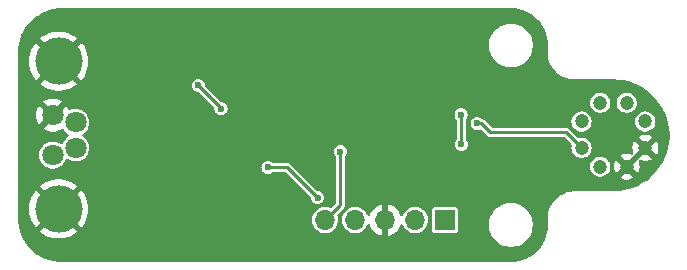
<source format=gbr>
%TF.GenerationSoftware,KiCad,Pcbnew,8.0.8*%
%TF.CreationDate,2025-03-12T20:30:10+01:00*%
%TF.ProjectId,TTS,5454532e-6b69-4636-9164-5f7063625858,rev?*%
%TF.SameCoordinates,PX2255100PY2ebae40*%
%TF.FileFunction,Copper,L2,Bot*%
%TF.FilePolarity,Positive*%
%FSLAX46Y46*%
G04 Gerber Fmt 4.6, Leading zero omitted, Abs format (unit mm)*
G04 Created by KiCad (PCBNEW 8.0.8) date 2025-03-12 20:30:10*
%MOMM*%
%LPD*%
G01*
G04 APERTURE LIST*
%TA.AperFunction,ComponentPad*%
%ADD10R,1.700000X1.700000*%
%TD*%
%TA.AperFunction,ComponentPad*%
%ADD11O,1.700000X1.700000*%
%TD*%
%TA.AperFunction,ComponentPad*%
%ADD12C,1.800000*%
%TD*%
%TA.AperFunction,ComponentPad*%
%ADD13C,4.000000*%
%TD*%
%TA.AperFunction,ComponentPad*%
%ADD14C,1.200000*%
%TD*%
%TA.AperFunction,ViaPad*%
%ADD15C,0.600000*%
%TD*%
%TA.AperFunction,Conductor*%
%ADD16C,0.250000*%
%TD*%
G04 APERTURE END LIST*
D10*
%TO.P,J2,1,Pin_1*%
%TO.N,+3V3*%
X135440000Y810000D03*
D11*
%TO.P,J2,2,Pin_2*%
%TO.N,SWCLK*%
X132900000Y810000D03*
%TO.P,J2,3,Pin_3*%
%TO.N,GND*%
X130360001Y810000D03*
%TO.P,J2,4,Pin_4*%
%TO.N,SWDIO*%
X127820000Y810000D03*
%TO.P,J2,5,Pin_5*%
%TO.N,NRST*%
X125280000Y810000D03*
%TD*%
D12*
%TO.P,J1,1,Pin_1*%
%TO.N,Net-(D4-A)*%
X102200000Y6300000D03*
%TO.P,J1,2,Pin_2*%
%TO.N,CAN_H*%
X104150000Y6925000D03*
%TO.P,J1,3,Pin_3*%
%TO.N,GND*%
X102200000Y9700000D03*
%TO.P,J1,4,Pin_4*%
%TO.N,CAN_L*%
X104150000Y9075000D03*
D13*
%TO.P,J1,5*%
%TO.N,GND*%
X102700000Y14250000D03*
X102700000Y1750000D03*
%TD*%
D14*
%TO.P,U2,1,SCK*%
%TO.N,/I2C_SCL*%
X146980000Y9154872D03*
X148562564Y10737436D03*
%TO.P,U2,2,3V3*%
%TO.N,+3.3V*%
X148562564Y5337436D03*
X152380000Y9154872D03*
%TO.P,U2,3,GND*%
%TO.N,GND*%
X150797436Y5337436D03*
X152380000Y6920000D03*
%TO.P,U2,4,SDA*%
%TO.N,/I2C_SDA*%
X146980000Y6920000D03*
X150797436Y10737436D03*
%TD*%
D15*
%TO.N,+3.3V*%
X136790000Y7210000D03*
X136780000Y9730000D03*
%TO.N,GND*%
X108540000Y-810000D03*
X133785000Y14730000D03*
X121595000Y15550000D03*
X107660000Y9250000D03*
X126950000Y16010000D03*
X135225000Y14680000D03*
X119830000Y-120000D03*
X122299883Y1117039D03*
X112130000Y5690000D03*
X124945000Y14800000D03*
X107930000Y8360000D03*
X114580000Y16770000D03*
X143840000Y7280000D03*
X132295000Y14750000D03*
X120190000Y2100000D03*
X105390000Y15470000D03*
X108480000Y14590000D03*
X129600000Y13673526D03*
X141960000Y6310000D03*
X121690000Y7900000D03*
X111050000Y-210000D03*
X124925000Y15575000D03*
X117410000Y7590000D03*
X121600000Y1130000D03*
X109680000Y3220000D03*
X128728359Y16398359D03*
X122020000Y6260000D03*
X134750000Y15750000D03*
X113509382Y10960000D03*
X130470000Y10050000D03*
X136100000Y10790000D03*
%TO.N,+5V*%
X114520000Y12220000D03*
X116450000Y10240000D03*
%TO.N,/I2C_SDA*%
X138140000Y8995000D03*
%TO.N,NRST*%
X126550000Y6610000D03*
%TO.N,/CAN_Rx*%
X124624644Y2694861D03*
X120430000Y5270000D03*
%TD*%
D16*
%TO.N,+3.3V*%
X136780000Y7220000D02*
X136780000Y9730000D01*
X136790000Y7210000D02*
X136780000Y7220000D01*
%TO.N,+5V*%
X114520000Y12220000D02*
X116450000Y10290000D01*
X116450000Y10290000D02*
X116450000Y10240000D01*
%TO.N,/I2C_SDA*%
X138140000Y8995000D02*
X138475000Y8995000D01*
X145670000Y8230000D02*
X146980000Y6920000D01*
X138475000Y8995000D02*
X139240000Y8230000D01*
X139240000Y8230000D02*
X145670000Y8230000D01*
%TO.N,NRST*%
X126550000Y2080000D02*
X125280000Y810000D01*
X126550000Y6610000D02*
X126550000Y2080000D01*
%TO.N,/CAN_Rx*%
X124624644Y2694861D02*
X122049505Y5270000D01*
X122049505Y5270000D02*
X120430000Y5270000D01*
%TD*%
%TA.AperFunction,Conductor*%
%TO.N,GND*%
G36*
X140944968Y18749492D02*
G01*
X140955872Y18749494D01*
X140955874Y18749493D01*
X140996818Y18749500D01*
X141003270Y18749332D01*
X141321800Y18732695D01*
X141334675Y18731344D01*
X141646507Y18682012D01*
X141659201Y18679315D01*
X141964134Y18597666D01*
X141976479Y18593658D01*
X142271218Y18480578D01*
X142283076Y18475301D01*
X142334035Y18449348D01*
X142564387Y18332029D01*
X142575612Y18325551D01*
X142655722Y18273547D01*
X142840402Y18153661D01*
X142850902Y18146036D01*
X143096276Y17947407D01*
X143105915Y17938732D01*
X143329189Y17715536D01*
X143337870Y17705898D01*
X143536579Y17460601D01*
X143544209Y17450104D01*
X143716191Y17185374D01*
X143722676Y17174148D01*
X143766590Y17088000D01*
X143866047Y16892890D01*
X143871328Y16881034D01*
X143984510Y16586341D01*
X143988523Y16573998D01*
X144070282Y16269085D01*
X144072983Y16256390D01*
X144122422Y15944602D01*
X144123781Y15931694D01*
X144140568Y15612458D01*
X144140739Y15605708D01*
X144139605Y15014897D01*
X144139549Y15014246D01*
X144139549Y15004168D01*
X144139549Y14985148D01*
X144139501Y14959998D01*
X144139385Y14899509D01*
X144139549Y14897830D01*
X144139549Y14824550D01*
X144170491Y14569711D01*
X144172202Y14555625D01*
X144237030Y14292607D01*
X144237033Y14292596D01*
X144333085Y14039324D01*
X144333090Y14039315D01*
X144458979Y13799448D01*
X144577980Y13627042D01*
X144612864Y13576503D01*
X144792501Y13373732D01*
X144792511Y13373722D01*
X144995258Y13194099D01*
X145218204Y13040206D01*
X145458061Y12914314D01*
X145458073Y12914308D01*
X145711346Y12818250D01*
X145711357Y12818246D01*
X145974379Y12753411D01*
X146243298Y12720752D01*
X146243297Y12720752D01*
X146288447Y12720751D01*
X146378746Y12720749D01*
X146378748Y12720749D01*
X146379213Y12720749D01*
X149634764Y12719522D01*
X149634995Y12719500D01*
X149645830Y12719500D01*
X149687225Y12719500D01*
X149692788Y12719375D01*
X150109298Y12700670D01*
X150120339Y12699676D01*
X150530757Y12644081D01*
X150541702Y12642095D01*
X150945453Y12549941D01*
X150956173Y12546983D01*
X151350051Y12419004D01*
X151360465Y12415095D01*
X151741263Y12252334D01*
X151751288Y12247507D01*
X152115986Y12051255D01*
X152125537Y12045548D01*
X152471157Y11817406D01*
X152480159Y11810866D01*
X152803950Y11552652D01*
X152812329Y11545331D01*
X153111660Y11259140D01*
X153119342Y11251106D01*
X153391839Y10939209D01*
X153398761Y10930527D01*
X153478261Y10821105D01*
X153642181Y10595489D01*
X153648311Y10586204D01*
X153860731Y10230673D01*
X153866003Y10220875D01*
X153912763Y10123777D01*
X154042966Y9853407D01*
X154045685Y9847762D01*
X154050058Y9837530D01*
X154195575Y9449800D01*
X154199013Y9439219D01*
X154309189Y9040007D01*
X154311665Y9029159D01*
X154385610Y8621684D01*
X154387104Y8610659D01*
X154424229Y8198183D01*
X154424728Y8187067D01*
X154424728Y7772934D01*
X154424229Y7761818D01*
X154387104Y7349342D01*
X154385610Y7338317D01*
X154311665Y6930842D01*
X154309189Y6919994D01*
X154199013Y6520782D01*
X154195575Y6510201D01*
X154050058Y6122471D01*
X154045685Y6112239D01*
X153866003Y5739126D01*
X153860731Y5729328D01*
X153648311Y5373797D01*
X153642181Y5364512D01*
X153398764Y5029477D01*
X153391830Y5020782D01*
X153319827Y4938367D01*
X153119349Y4708902D01*
X153111660Y4700861D01*
X152812329Y4414670D01*
X152803950Y4407349D01*
X152480159Y4149135D01*
X152471157Y4142595D01*
X152125537Y3914453D01*
X152115986Y3908746D01*
X151751288Y3712494D01*
X151741263Y3707667D01*
X151360465Y3544906D01*
X151350048Y3540996D01*
X150956176Y3413019D01*
X150945450Y3410059D01*
X150541703Y3317907D01*
X150530756Y3315920D01*
X150120360Y3260327D01*
X150109278Y3259330D01*
X149692822Y3240627D01*
X149687166Y3240502D01*
X146435016Y3242950D01*
X146434543Y3242991D01*
X146424170Y3242991D01*
X146380000Y3242991D01*
X146318660Y3243037D01*
X146317790Y3242951D01*
X146244548Y3242951D01*
X145975625Y3210299D01*
X145712606Y3145470D01*
X145712595Y3145467D01*
X145459323Y3049415D01*
X145219450Y2923522D01*
X144996501Y2769635D01*
X144869076Y2656749D01*
X144793733Y2590001D01*
X144793729Y2589997D01*
X144793728Y2589997D01*
X144614090Y2387230D01*
X144614089Y2387229D01*
X144460207Y2164299D01*
X144334305Y1924422D01*
X144238243Y1671136D01*
X144238241Y1671130D01*
X144173410Y1408120D01*
X144140751Y1139188D01*
X144140750Y1063571D01*
X144140749Y1063555D01*
X144140749Y1003748D01*
X144140748Y945146D01*
X144140749Y945137D01*
X144140749Y393307D01*
X144140578Y386795D01*
X144123830Y68302D01*
X144122471Y55394D01*
X144073031Y-256398D01*
X144070330Y-269093D01*
X143988570Y-574010D01*
X143984557Y-586353D01*
X143871373Y-881052D01*
X143866092Y-892908D01*
X143722723Y-1174164D01*
X143716231Y-1185404D01*
X143544247Y-1450133D01*
X143536616Y-1460632D01*
X143337907Y-1705929D01*
X143329221Y-1715573D01*
X143105952Y-1938763D01*
X143096305Y-1947446D01*
X142850933Y-2146072D01*
X142840431Y-2153699D01*
X142575645Y-2325587D01*
X142564403Y-2332075D01*
X142283096Y-2475345D01*
X142271238Y-2480622D01*
X141976492Y-2593705D01*
X141964147Y-2597713D01*
X141659214Y-2679362D01*
X141646518Y-2682059D01*
X141334697Y-2731390D01*
X141321789Y-2732744D01*
X141004262Y-2749328D01*
X140997775Y-2749497D01*
X140945480Y-2749489D01*
X140945374Y-2749498D01*
X103003049Y-2749498D01*
X102996965Y-2749349D01*
X102638567Y-2731743D01*
X102626456Y-2730550D01*
X102274532Y-2678347D01*
X102262597Y-2675973D01*
X101917481Y-2589526D01*
X101905837Y-2585994D01*
X101570858Y-2466136D01*
X101559629Y-2461485D01*
X101420744Y-2395797D01*
X101237995Y-2309364D01*
X101227272Y-2303631D01*
X100922118Y-2120729D01*
X100912000Y-2113969D01*
X100626230Y-1902028D01*
X100616824Y-1894308D01*
X100422650Y-1718319D01*
X100353209Y-1655381D01*
X100344618Y-1646790D01*
X100105691Y-1383175D01*
X100097971Y-1373769D01*
X100015987Y-1263226D01*
X99886028Y-1087996D01*
X99879270Y-1077881D01*
X99829153Y-994266D01*
X99696363Y-772720D01*
X99690639Y-762012D01*
X99538511Y-440363D01*
X99533867Y-429151D01*
X99414000Y-94147D01*
X99410473Y-82518D01*
X99407834Y-71981D01*
X99324023Y262611D01*
X99321652Y274533D01*
X99321032Y278712D01*
X99269448Y626459D01*
X99268256Y638569D01*
X99250649Y996968D01*
X99250500Y1003052D01*
X99250500Y1750006D01*
X100195057Y1750006D01*
X100195057Y1749995D01*
X100214807Y1436058D01*
X100214808Y1436051D01*
X100273755Y1127042D01*
X100370963Y827868D01*
X100370965Y827863D01*
X100504900Y543239D01*
X100504903Y543233D01*
X100673452Y277641D01*
X100764286Y167842D01*
X101477339Y880896D01*
X101555864Y772816D01*
X101722816Y605864D01*
X101830893Y527342D01*
X101114972Y-188579D01*
X101357780Y-364990D01*
X101357790Y-364996D01*
X101633447Y-516540D01*
X101633455Y-516544D01*
X101925926Y-632340D01*
X102230620Y-710573D01*
X102230629Y-710575D01*
X102542701Y-749999D01*
X102542715Y-750000D01*
X102857285Y-750000D01*
X102857298Y-749999D01*
X103169370Y-710575D01*
X103169379Y-710573D01*
X103474073Y-632340D01*
X103766544Y-516544D01*
X103766552Y-516540D01*
X104042203Y-365000D01*
X104042214Y-364993D01*
X104285025Y-188579D01*
X104285026Y-188579D01*
X103569105Y527341D01*
X103677184Y605864D01*
X103844136Y772816D01*
X103922659Y880895D01*
X104635712Y167842D01*
X104726544Y277636D01*
X104895096Y543233D01*
X104895099Y543239D01*
X105020629Y810001D01*
X124174785Y810001D01*
X124174785Y810000D01*
X124193602Y606918D01*
X124249417Y410753D01*
X124249422Y410740D01*
X124340327Y228179D01*
X124463237Y65419D01*
X124613958Y-71980D01*
X124613960Y-71982D01*
X124713141Y-133392D01*
X124787363Y-179348D01*
X124977544Y-253024D01*
X125178024Y-290500D01*
X125178026Y-290500D01*
X125381974Y-290500D01*
X125381976Y-290500D01*
X125582456Y-253024D01*
X125772637Y-179348D01*
X125946041Y-71981D01*
X126096764Y65421D01*
X126219673Y228179D01*
X126310582Y410750D01*
X126366397Y606917D01*
X126385215Y810000D01*
X126385215Y810001D01*
X126714785Y810001D01*
X126714785Y810000D01*
X126733602Y606918D01*
X126789417Y410753D01*
X126789422Y410740D01*
X126880327Y228179D01*
X127003237Y65419D01*
X127153958Y-71980D01*
X127153960Y-71982D01*
X127253141Y-133392D01*
X127327363Y-179348D01*
X127517544Y-253024D01*
X127718024Y-290500D01*
X127718026Y-290500D01*
X127921974Y-290500D01*
X127921976Y-290500D01*
X128122456Y-253024D01*
X128312637Y-179348D01*
X128486041Y-71981D01*
X128636764Y65421D01*
X128759673Y228179D01*
X128846818Y403192D01*
X128894319Y454426D01*
X128961982Y471848D01*
X129028322Y449923D01*
X129072278Y395612D01*
X129077591Y380014D01*
X129086566Y346520D01*
X129086571Y346508D01*
X129186400Y132422D01*
X129321895Y-61082D01*
X129488918Y-228105D01*
X129682422Y-363600D01*
X129896508Y-463429D01*
X129896517Y-463433D01*
X130110001Y-520634D01*
X130110001Y376988D01*
X130167008Y344075D01*
X130294175Y310000D01*
X130425827Y310000D01*
X130552994Y344075D01*
X130610001Y376988D01*
X130610001Y-520633D01*
X130823484Y-463433D01*
X130823493Y-463429D01*
X131037579Y-363600D01*
X131231083Y-228105D01*
X131398106Y-61082D01*
X131533601Y132422D01*
X131633430Y346508D01*
X131633435Y346519D01*
X131642408Y380008D01*
X131678772Y439669D01*
X131741618Y470199D01*
X131810994Y461905D01*
X131864872Y417421D01*
X131873183Y403188D01*
X131960327Y228179D01*
X132083237Y65419D01*
X132233958Y-71980D01*
X132233960Y-71982D01*
X132333141Y-133392D01*
X132407363Y-179348D01*
X132597544Y-253024D01*
X132798024Y-290500D01*
X132798026Y-290500D01*
X133001974Y-290500D01*
X133001976Y-290500D01*
X133202456Y-253024D01*
X133392637Y-179348D01*
X133566041Y-71981D01*
X133716764Y65421D01*
X133839673Y228179D01*
X133930582Y410750D01*
X133986397Y606917D01*
X134005215Y810000D01*
X133999115Y875826D01*
X133986397Y1013083D01*
X133972032Y1063571D01*
X133930582Y1209250D01*
X133930159Y1210099D01*
X133839673Y1391820D01*
X133839673Y1391821D01*
X133716764Y1554579D01*
X133716762Y1554582D01*
X133574051Y1684679D01*
X134339500Y1684679D01*
X134339500Y-64678D01*
X134354032Y-137735D01*
X134354033Y-137739D01*
X134354034Y-137740D01*
X134409399Y-220601D01*
X134481974Y-269093D01*
X134492260Y-275966D01*
X134492264Y-275967D01*
X134565321Y-290499D01*
X134565324Y-290500D01*
X134565326Y-290500D01*
X136314676Y-290500D01*
X136314677Y-290499D01*
X136387740Y-275966D01*
X136470601Y-220601D01*
X136525966Y-137740D01*
X136540500Y-64674D01*
X136540500Y521289D01*
X139149500Y521289D01*
X139149500Y278712D01*
X139181161Y38215D01*
X139243947Y-196104D01*
X139313905Y-364996D01*
X139336776Y-420212D01*
X139458064Y-630289D01*
X139458066Y-630292D01*
X139458067Y-630293D01*
X139605733Y-822736D01*
X139605739Y-822743D01*
X139777256Y-994260D01*
X139777262Y-994265D01*
X139969711Y-1141936D01*
X140179788Y-1263224D01*
X140403900Y-1356054D01*
X140638211Y-1418838D01*
X140818586Y-1442584D01*
X140878711Y-1450500D01*
X140878712Y-1450500D01*
X141121289Y-1450500D01*
X141169388Y-1444167D01*
X141361789Y-1418838D01*
X141596100Y-1356054D01*
X141820212Y-1263224D01*
X142030289Y-1141936D01*
X142222738Y-994265D01*
X142394265Y-822738D01*
X142541936Y-630289D01*
X142663224Y-420212D01*
X142756054Y-196100D01*
X142818838Y38211D01*
X142850500Y278712D01*
X142850500Y521288D01*
X142818838Y761789D01*
X142756054Y996100D01*
X142755694Y996968D01*
X142683989Y1170081D01*
X142663224Y1220212D01*
X142541936Y1430289D01*
X142394265Y1622738D01*
X142394260Y1622744D01*
X142222743Y1794261D01*
X142222736Y1794267D01*
X142030293Y1941933D01*
X142030292Y1941934D01*
X142030289Y1941936D01*
X141820212Y2063224D01*
X141818476Y2063943D01*
X141596104Y2156053D01*
X141379848Y2213999D01*
X141361789Y2218838D01*
X141361788Y2218839D01*
X141361785Y2218839D01*
X141121289Y2250500D01*
X141121288Y2250500D01*
X140878712Y2250500D01*
X140878711Y2250500D01*
X140638214Y2218839D01*
X140403895Y2156053D01*
X140179794Y2063227D01*
X140179785Y2063223D01*
X139969706Y1941933D01*
X139777263Y1794267D01*
X139777256Y1794261D01*
X139605739Y1622744D01*
X139605733Y1622737D01*
X139458067Y1430294D01*
X139336777Y1220215D01*
X139336773Y1220206D01*
X139243947Y996105D01*
X139181161Y761786D01*
X139149500Y521289D01*
X136540500Y521289D01*
X136540500Y1684674D01*
X136540500Y1684677D01*
X136540499Y1684679D01*
X136525967Y1757736D01*
X136525966Y1757740D01*
X136470601Y1840601D01*
X136387740Y1895966D01*
X136387739Y1895967D01*
X136387735Y1895968D01*
X136314677Y1910500D01*
X136314674Y1910500D01*
X134565326Y1910500D01*
X134565323Y1910500D01*
X134492264Y1895968D01*
X134492260Y1895967D01*
X134409399Y1840601D01*
X134354033Y1757740D01*
X134354032Y1757736D01*
X134339500Y1684679D01*
X133574051Y1684679D01*
X133566041Y1691981D01*
X133566039Y1691983D01*
X133392642Y1799345D01*
X133392635Y1799349D01*
X133266769Y1848109D01*
X133202456Y1873024D01*
X133001976Y1910500D01*
X132798024Y1910500D01*
X132597544Y1873024D01*
X132597541Y1873024D01*
X132597541Y1873023D01*
X132407364Y1799349D01*
X132407357Y1799345D01*
X132233960Y1691983D01*
X132233958Y1691981D01*
X132083237Y1554582D01*
X131960327Y1391822D01*
X131873183Y1216813D01*
X131825680Y1165576D01*
X131758017Y1148155D01*
X131691677Y1170081D01*
X131647722Y1224392D01*
X131642408Y1239993D01*
X131633435Y1273482D01*
X131633430Y1273493D01*
X131533601Y1487578D01*
X131533600Y1487580D01*
X131398114Y1681074D01*
X131398109Y1681080D01*
X131231083Y1848106D01*
X131037579Y1983601D01*
X130823493Y2083430D01*
X130823487Y2083433D01*
X130610001Y2140636D01*
X130610001Y1243012D01*
X130552994Y1275925D01*
X130425827Y1310000D01*
X130294175Y1310000D01*
X130167008Y1275925D01*
X130110001Y1243012D01*
X130110001Y2140636D01*
X130110000Y2140636D01*
X129896514Y2083433D01*
X129896508Y2083430D01*
X129682423Y1983601D01*
X129682421Y1983600D01*
X129488927Y1848114D01*
X129488921Y1848109D01*
X129321892Y1681080D01*
X129321887Y1681074D01*
X129186401Y1487580D01*
X129186400Y1487578D01*
X129086571Y1273493D01*
X129086567Y1273483D01*
X129077591Y1239986D01*
X129041225Y1180327D01*
X128978377Y1149799D01*
X128909001Y1158096D01*
X128855125Y1202583D01*
X128846817Y1216812D01*
X128759673Y1391820D01*
X128759673Y1391821D01*
X128636764Y1554579D01*
X128636762Y1554582D01*
X128486041Y1691981D01*
X128486039Y1691983D01*
X128312642Y1799345D01*
X128312635Y1799349D01*
X128186769Y1848109D01*
X128122456Y1873024D01*
X127921976Y1910500D01*
X127718024Y1910500D01*
X127517544Y1873024D01*
X127517541Y1873024D01*
X127517541Y1873023D01*
X127327364Y1799349D01*
X127327357Y1799345D01*
X127153960Y1691983D01*
X127153958Y1691981D01*
X127003237Y1554582D01*
X126880327Y1391822D01*
X126789422Y1209261D01*
X126789417Y1209248D01*
X126733602Y1013083D01*
X126714785Y810001D01*
X126385215Y810001D01*
X126379115Y875826D01*
X126366397Y1013083D01*
X126333972Y1127042D01*
X126310582Y1209250D01*
X126310581Y1209252D01*
X126309013Y1214763D01*
X126310994Y1215327D01*
X126305902Y1275826D01*
X126338614Y1337565D01*
X126339622Y1338587D01*
X126850474Y1849437D01*
X126864092Y1873024D01*
X126899910Y1935062D01*
X126925500Y2030565D01*
X126925500Y4403196D01*
X150216747Y4403196D01*
X150305021Y4348539D01*
X150495114Y4274897D01*
X150695508Y4237436D01*
X150899364Y4237436D01*
X151099758Y4274897D01*
X151289848Y4348537D01*
X151289852Y4348539D01*
X151378122Y4403195D01*
X151378122Y4403196D01*
X150797437Y4983883D01*
X150797436Y4983883D01*
X150216747Y4403196D01*
X126925500Y4403196D01*
X126925500Y5337436D01*
X147707379Y5337436D01*
X147726067Y5159631D01*
X147726068Y5159629D01*
X147781311Y4989607D01*
X147781314Y4989601D01*
X147870705Y4834771D01*
X147911792Y4789139D01*
X147990328Y4701915D01*
X147990331Y4701913D01*
X147990334Y4701910D01*
X148134971Y4596824D01*
X148298297Y4524107D01*
X148473173Y4486936D01*
X148473174Y4486936D01*
X148651953Y4486936D01*
X148651955Y4486936D01*
X148826831Y4524107D01*
X148990157Y4596824D01*
X149134794Y4701910D01*
X149137315Y4704709D01*
X149163393Y4733672D01*
X149254423Y4834771D01*
X149343814Y4989601D01*
X149399061Y5159633D01*
X149417749Y5337436D01*
X149417749Y5337437D01*
X149692723Y5337437D01*
X149692723Y5337436D01*
X149711532Y5134447D01*
X149711533Y5134444D01*
X149767319Y4938373D01*
X149767322Y4938367D01*
X149858187Y4755885D01*
X149859969Y4753525D01*
X150443882Y5337436D01*
X150397804Y5383514D01*
X150447436Y5383514D01*
X150447436Y5291358D01*
X150471288Y5202341D01*
X150517366Y5122531D01*
X150582531Y5057366D01*
X150662341Y5011288D01*
X150751358Y4987436D01*
X150843514Y4987436D01*
X150932531Y5011288D01*
X151012341Y5057366D01*
X151077506Y5122531D01*
X151123584Y5202341D01*
X151147436Y5291358D01*
X151147436Y5337436D01*
X151150989Y5337436D01*
X151734901Y4753524D01*
X151736683Y4755883D01*
X151736684Y4755885D01*
X151827549Y4938367D01*
X151827552Y4938373D01*
X151883338Y5134444D01*
X151883339Y5134447D01*
X151902149Y5337436D01*
X151902149Y5337437D01*
X151883339Y5540426D01*
X151883338Y5540428D01*
X151826035Y5741829D01*
X151826622Y5811696D01*
X151864888Y5870155D01*
X151928686Y5898645D01*
X151990095Y5891390D01*
X152077678Y5857461D01*
X152278072Y5820000D01*
X152481928Y5820000D01*
X152682322Y5857461D01*
X152872412Y5931101D01*
X152872416Y5931103D01*
X152960686Y5985759D01*
X152960686Y5985760D01*
X152380001Y6566447D01*
X152380000Y6566447D01*
X151774837Y5961286D01*
X151687036Y5873483D01*
X151150989Y5337436D01*
X151147436Y5337436D01*
X151147436Y5383514D01*
X151123584Y5472531D01*
X151077506Y5552341D01*
X151012341Y5617506D01*
X150932531Y5663584D01*
X150843514Y5687436D01*
X150751358Y5687436D01*
X150662341Y5663584D01*
X150582531Y5617506D01*
X150517366Y5552341D01*
X150471288Y5472531D01*
X150447436Y5383514D01*
X150397804Y5383514D01*
X149859969Y5921349D01*
X149858191Y5918994D01*
X149858190Y5918993D01*
X149767322Y5736506D01*
X149767319Y5736500D01*
X149711533Y5540429D01*
X149711532Y5540426D01*
X149692723Y5337437D01*
X149417749Y5337437D01*
X149399061Y5515239D01*
X149365832Y5617506D01*
X149343816Y5685266D01*
X149343813Y5685272D01*
X149340075Y5691747D01*
X149254423Y5840101D01*
X149201710Y5898645D01*
X149134799Y5972958D01*
X149134796Y5972960D01*
X149134795Y5972961D01*
X149134794Y5972962D01*
X148990157Y6078048D01*
X148826831Y6150765D01*
X148826829Y6150766D01*
X148692161Y6179390D01*
X148651955Y6187936D01*
X148473173Y6187936D01*
X148442518Y6181421D01*
X148298297Y6150766D01*
X148298292Y6150764D01*
X148134972Y6078049D01*
X147990332Y5972961D01*
X147870704Y5840100D01*
X147781314Y5685272D01*
X147781311Y5685266D01*
X147726068Y5515244D01*
X147726067Y5515242D01*
X147707379Y5337436D01*
X126925500Y5337436D01*
X126925500Y6152974D01*
X126945185Y6220013D01*
X126951117Y6228453D01*
X127030861Y6332375D01*
X127086330Y6466291D01*
X127105250Y6610000D01*
X127086330Y6753709D01*
X127030861Y6887625D01*
X126942621Y7002621D01*
X126827625Y7090861D01*
X126827624Y7090862D01*
X126827622Y7090863D01*
X126693712Y7146329D01*
X126693710Y7146330D01*
X126693709Y7146330D01*
X126621854Y7155790D01*
X126550001Y7165250D01*
X126549999Y7165250D01*
X126406291Y7146330D01*
X126406287Y7146329D01*
X126272377Y7090863D01*
X126157379Y7002621D01*
X126069137Y6887623D01*
X126013671Y6753713D01*
X126013670Y6753709D01*
X126000642Y6654750D01*
X125994750Y6610000D01*
X126008230Y6507608D01*
X126013670Y6466292D01*
X126013671Y6466288D01*
X126069137Y6332378D01*
X126069138Y6332376D01*
X126069139Y6332375D01*
X126148876Y6228460D01*
X126174070Y6163291D01*
X126174500Y6152974D01*
X126174500Y2286900D01*
X126154815Y2219861D01*
X126138181Y2199219D01*
X125805028Y1866067D01*
X125743705Y1832582D01*
X125674013Y1837566D01*
X125672554Y1838121D01*
X125582461Y1873023D01*
X125582456Y1873024D01*
X125381976Y1910500D01*
X125178024Y1910500D01*
X124977544Y1873024D01*
X124977541Y1873024D01*
X124977541Y1873023D01*
X124787364Y1799349D01*
X124787357Y1799345D01*
X124613960Y1691983D01*
X124613958Y1691981D01*
X124463237Y1554582D01*
X124340327Y1391822D01*
X124249422Y1209261D01*
X124249417Y1209248D01*
X124193602Y1013083D01*
X124174785Y810001D01*
X105020629Y810001D01*
X105029034Y827863D01*
X105029036Y827868D01*
X105126244Y1127042D01*
X105185191Y1436051D01*
X105185192Y1436058D01*
X105204943Y1749995D01*
X105204943Y1750006D01*
X105185192Y2063943D01*
X105185191Y2063950D01*
X105126244Y2372959D01*
X105029036Y2672133D01*
X105029034Y2672138D01*
X104895099Y2956762D01*
X104895096Y2956768D01*
X104726544Y3222365D01*
X104635712Y3332161D01*
X103922658Y2619107D01*
X103844136Y2727184D01*
X103677184Y2894136D01*
X103569105Y2972660D01*
X104285026Y3688581D01*
X104042219Y3864991D01*
X104042209Y3864997D01*
X103766552Y4016541D01*
X103766544Y4016545D01*
X103474073Y4132341D01*
X103169379Y4210574D01*
X103169370Y4210576D01*
X102857298Y4250000D01*
X102542701Y4250000D01*
X102230629Y4210576D01*
X102230620Y4210574D01*
X101925926Y4132341D01*
X101633455Y4016545D01*
X101633447Y4016541D01*
X101357790Y3864997D01*
X101357772Y3864986D01*
X101114973Y3688583D01*
X101114972Y3688581D01*
X101830894Y2972660D01*
X101722816Y2894136D01*
X101555864Y2727184D01*
X101477340Y2619107D01*
X100764286Y3332161D01*
X100673460Y3222372D01*
X100673457Y3222368D01*
X100504903Y2956768D01*
X100504900Y2956762D01*
X100370965Y2672138D01*
X100370963Y2672133D01*
X100273755Y2372959D01*
X100214808Y2063950D01*
X100214807Y2063943D01*
X100195057Y1750006D01*
X99250500Y1750006D01*
X99250500Y9700006D01*
X100795202Y9700006D01*
X100795202Y9699995D01*
X100814361Y9468782D01*
X100871317Y9243865D01*
X100964516Y9031391D01*
X101048811Y8902367D01*
X101598957Y9452513D01*
X101623978Y9392110D01*
X101695112Y9285649D01*
X101785649Y9195112D01*
X101892110Y9123978D01*
X101952511Y9098959D01*
X101401201Y8547649D01*
X101431649Y8523950D01*
X101635697Y8413524D01*
X101635706Y8413521D01*
X101855139Y8338189D01*
X102083993Y8300000D01*
X102316007Y8300000D01*
X102544860Y8338189D01*
X102764293Y8413521D01*
X102764302Y8413524D01*
X102968352Y8523951D01*
X102971825Y8526654D01*
X103036815Y8552306D01*
X103105357Y8538748D01*
X103155688Y8490286D01*
X103159000Y8484084D01*
X103167633Y8466747D01*
X103167635Y8466743D01*
X103293555Y8300000D01*
X103296128Y8296593D01*
X103453698Y8152948D01*
X103453700Y8152947D01*
X103453702Y8152945D01*
X103530446Y8105426D01*
X103577081Y8053398D01*
X103588185Y7984416D01*
X103560231Y7920382D01*
X103530446Y7894574D01*
X103453702Y7847056D01*
X103296127Y7703407D01*
X103167632Y7533254D01*
X103072596Y7342395D01*
X103072595Y7342391D01*
X103062013Y7305201D01*
X103024732Y7246109D01*
X102961422Y7216553D01*
X102892182Y7225917D01*
X102877473Y7233711D01*
X102715019Y7334298D01*
X102715017Y7334299D01*
X102615608Y7372810D01*
X102516198Y7411321D01*
X102306610Y7450500D01*
X102093390Y7450500D01*
X101883802Y7411321D01*
X101883799Y7411321D01*
X101883799Y7411320D01*
X101684982Y7334299D01*
X101684980Y7334298D01*
X101503699Y7222053D01*
X101346127Y7078407D01*
X101217632Y6908254D01*
X101122596Y6717395D01*
X101122596Y6717393D01*
X101064244Y6512311D01*
X101048134Y6338447D01*
X101044571Y6300000D01*
X101064244Y6087690D01*
X101096887Y5972962D01*
X101122596Y5882608D01*
X101122596Y5882606D01*
X101217632Y5691747D01*
X101331904Y5540428D01*
X101346128Y5521593D01*
X101503698Y5377948D01*
X101684981Y5265702D01*
X101883802Y5188679D01*
X102093390Y5149500D01*
X102093392Y5149500D01*
X102306608Y5149500D01*
X102306610Y5149500D01*
X102516198Y5188679D01*
X102715019Y5265702D01*
X102721960Y5270000D01*
X119874750Y5270000D01*
X119890614Y5149500D01*
X119893670Y5126292D01*
X119893671Y5126288D01*
X119949137Y4992378D01*
X119949138Y4992376D01*
X119949139Y4992375D01*
X120037379Y4877379D01*
X120152375Y4789139D01*
X120286291Y4733670D01*
X120413280Y4716952D01*
X120429999Y4714750D01*
X120430000Y4714750D01*
X120430001Y4714750D01*
X120444977Y4716722D01*
X120573709Y4733670D01*
X120707625Y4789139D01*
X120811540Y4868877D01*
X120876709Y4894070D01*
X120887026Y4894500D01*
X121842606Y4894500D01*
X121909645Y4874815D01*
X121930287Y4858181D01*
X124035958Y2752510D01*
X124069443Y2691187D01*
X124071216Y2681016D01*
X124088314Y2551153D01*
X124088315Y2551149D01*
X124143781Y2417239D01*
X124143782Y2417237D01*
X124143783Y2417236D01*
X124232023Y2302240D01*
X124347019Y2214000D01*
X124480935Y2158531D01*
X124606293Y2142027D01*
X124624643Y2139611D01*
X124624644Y2139611D01*
X124624645Y2139611D01*
X124642995Y2142027D01*
X124768353Y2158531D01*
X124902269Y2214000D01*
X125017265Y2302240D01*
X125105505Y2417236D01*
X125160974Y2551152D01*
X125179894Y2694861D01*
X125160974Y2838570D01*
X125105505Y2972486D01*
X125017265Y3087482D01*
X124902269Y3175722D01*
X124902268Y3175723D01*
X124902266Y3175724D01*
X124768356Y3231190D01*
X124768354Y3231191D01*
X124768353Y3231191D01*
X124749234Y3233709D01*
X124638489Y3248289D01*
X124574593Y3276556D01*
X124566995Y3283547D01*
X122280068Y5570474D01*
X122280067Y5570475D01*
X122194443Y5619910D01*
X122146691Y5632705D01*
X122146689Y5632706D01*
X122146687Y5632707D01*
X122098941Y5645500D01*
X122098940Y5645500D01*
X120887026Y5645500D01*
X120819987Y5665185D01*
X120811547Y5671118D01*
X120707625Y5750861D01*
X120707624Y5750862D01*
X120707622Y5750863D01*
X120573712Y5806329D01*
X120573710Y5806330D01*
X120573709Y5806330D01*
X120469877Y5820000D01*
X120430001Y5825250D01*
X120429999Y5825250D01*
X120286291Y5806330D01*
X120286287Y5806329D01*
X120152377Y5750863D01*
X120037379Y5662621D01*
X119949137Y5547623D01*
X119893671Y5413713D01*
X119893670Y5413709D01*
X119874750Y5270000D01*
X102721960Y5270000D01*
X102896302Y5377948D01*
X103053872Y5521593D01*
X103182366Y5691745D01*
X103223573Y5774500D01*
X103277403Y5882606D01*
X103277403Y5882608D01*
X103277405Y5882611D01*
X103287985Y5919797D01*
X103325264Y5978890D01*
X103388574Y6008447D01*
X103457813Y5999085D01*
X103472521Y5991294D01*
X103634981Y5890702D01*
X103833802Y5813679D01*
X104043390Y5774500D01*
X104043392Y5774500D01*
X104256608Y5774500D01*
X104256610Y5774500D01*
X104466198Y5813679D01*
X104665019Y5890702D01*
X104846302Y6002948D01*
X105003872Y6146593D01*
X105132366Y6316745D01*
X105173810Y6399976D01*
X105227403Y6507606D01*
X105227403Y6507607D01*
X105227405Y6507611D01*
X105285756Y6712690D01*
X105305429Y6925000D01*
X105305395Y6925362D01*
X105301623Y6966078D01*
X105285756Y7137310D01*
X105227405Y7342389D01*
X105227403Y7342394D01*
X105227403Y7342395D01*
X105132367Y7533254D01*
X105003872Y7703407D01*
X104846302Y7847052D01*
X104846299Y7847054D01*
X104846298Y7847055D01*
X104769553Y7894573D01*
X104722917Y7946601D01*
X104711813Y8015582D01*
X104739766Y8079617D01*
X104769553Y8105427D01*
X104846302Y8152948D01*
X105003872Y8296593D01*
X105132366Y8466745D01*
X105158558Y8519346D01*
X105227403Y8657606D01*
X105227403Y8657607D01*
X105227405Y8657611D01*
X105285756Y8862690D01*
X105305429Y9075000D01*
X105285756Y9287310D01*
X105227405Y9492389D01*
X105227403Y9492394D01*
X105227403Y9492395D01*
X105132367Y9683254D01*
X105003872Y9853407D01*
X104981602Y9873709D01*
X104846302Y9997052D01*
X104665019Y10109298D01*
X104665017Y10109299D01*
X104544115Y10156136D01*
X104466198Y10186321D01*
X104256610Y10225500D01*
X104043390Y10225500D01*
X103833802Y10186321D01*
X103833799Y10186321D01*
X103833799Y10186320D01*
X103672356Y10123777D01*
X103602732Y10117915D01*
X103540992Y10150625D01*
X103514006Y10189594D01*
X103435483Y10368610D01*
X103351186Y10497636D01*
X102801041Y9947490D01*
X102776022Y10007890D01*
X102704888Y10114351D01*
X102614351Y10204888D01*
X102507890Y10276022D01*
X102447487Y10301042D01*
X102998797Y10852353D01*
X102998797Y10852355D01*
X102968360Y10876045D01*
X102968354Y10876049D01*
X102764302Y10986477D01*
X102764293Y10986480D01*
X102544860Y11061812D01*
X102316007Y11100000D01*
X102083993Y11100000D01*
X101855139Y11061812D01*
X101635706Y10986480D01*
X101635697Y10986477D01*
X101431650Y10876051D01*
X101401200Y10852353D01*
X101952511Y10301042D01*
X101892110Y10276022D01*
X101785649Y10204888D01*
X101695112Y10114351D01*
X101623978Y10007890D01*
X101598958Y9947489D01*
X101048812Y10497635D01*
X100964516Y10368609D01*
X100964514Y10368605D01*
X100871317Y10156136D01*
X100814361Y9931219D01*
X100795202Y9700006D01*
X99250500Y9700006D01*
X99250500Y14250006D01*
X100195057Y14250006D01*
X100195057Y14249995D01*
X100214807Y13936058D01*
X100214808Y13936051D01*
X100273755Y13627042D01*
X100370963Y13327868D01*
X100370965Y13327863D01*
X100504900Y13043239D01*
X100504903Y13043233D01*
X100673452Y12777641D01*
X100764286Y12667842D01*
X101477339Y13380896D01*
X101555864Y13272816D01*
X101722816Y13105864D01*
X101830893Y13027342D01*
X101114972Y12311421D01*
X101357780Y12135010D01*
X101357790Y12135004D01*
X101633447Y11983460D01*
X101633455Y11983456D01*
X101925926Y11867660D01*
X102230620Y11789427D01*
X102230629Y11789425D01*
X102542701Y11750001D01*
X102542715Y11750000D01*
X102857285Y11750000D01*
X102857298Y11750001D01*
X103169370Y11789425D01*
X103169379Y11789427D01*
X103474073Y11867660D01*
X103766544Y11983456D01*
X103766552Y11983460D01*
X104042203Y12135000D01*
X104042214Y12135007D01*
X104159197Y12220001D01*
X113964750Y12220001D01*
X113964750Y12220000D01*
X113983670Y12076292D01*
X113983671Y12076288D01*
X114039137Y11942378D01*
X114039138Y11942376D01*
X114039139Y11942375D01*
X114127379Y11827379D01*
X114242375Y11739139D01*
X114376291Y11683670D01*
X114506153Y11666573D01*
X114570048Y11638308D01*
X114577647Y11631316D01*
X115860143Y10348820D01*
X115893628Y10287497D01*
X115895403Y10244965D01*
X115894750Y10240002D01*
X115894750Y10240000D01*
X115911957Y10109299D01*
X115913670Y10096292D01*
X115913671Y10096288D01*
X115969137Y9962378D01*
X115969138Y9962376D01*
X115969139Y9962375D01*
X116057379Y9847379D01*
X116172375Y9759139D01*
X116306291Y9703670D01*
X116433280Y9686952D01*
X116449999Y9684750D01*
X116450000Y9684750D01*
X116450001Y9684750D01*
X116464977Y9686722D01*
X116593709Y9703670D01*
X116657279Y9730001D01*
X136224750Y9730001D01*
X136224750Y9730000D01*
X136243670Y9586292D01*
X136243671Y9586288D01*
X136299137Y9452378D01*
X136299138Y9452376D01*
X136299139Y9452375D01*
X136378876Y9348460D01*
X136404070Y9283291D01*
X136404500Y9272974D01*
X136404500Y7653994D01*
X136384815Y7586955D01*
X136378876Y7578508D01*
X136309139Y7487626D01*
X136309138Y7487624D01*
X136253671Y7353713D01*
X136253670Y7353709D01*
X136236846Y7225917D01*
X136234750Y7210000D01*
X136243132Y7146330D01*
X136253670Y7066292D01*
X136253671Y7066288D01*
X136309137Y6932378D01*
X136309138Y6932376D01*
X136309139Y6932375D01*
X136397379Y6817379D01*
X136512375Y6729139D01*
X136646291Y6673670D01*
X136762899Y6658318D01*
X136789999Y6654750D01*
X136790000Y6654750D01*
X136790001Y6654750D01*
X136804977Y6656722D01*
X136933709Y6673670D01*
X137067625Y6729139D01*
X137182621Y6817379D01*
X137270861Y6932375D01*
X137326330Y7066291D01*
X137345250Y7210000D01*
X137326330Y7353709D01*
X137270861Y7487625D01*
X137182621Y7602621D01*
X137182619Y7602623D01*
X137181124Y7604571D01*
X137155930Y7669740D01*
X137155500Y7680058D01*
X137155500Y8995001D01*
X137584750Y8995001D01*
X137584750Y8995000D01*
X137603670Y8851292D01*
X137603671Y8851288D01*
X137659137Y8717378D01*
X137659138Y8717376D01*
X137659139Y8717375D01*
X137747379Y8602379D01*
X137862375Y8514139D01*
X137996291Y8458670D01*
X138123280Y8441952D01*
X138139999Y8439750D01*
X138140000Y8439750D01*
X138140001Y8439750D01*
X138175927Y8444480D01*
X138283709Y8458670D01*
X138346172Y8484543D01*
X138415636Y8492011D01*
X138478115Y8460737D01*
X138481301Y8457662D01*
X138939525Y7999438D01*
X139009438Y7929525D01*
X139069977Y7894573D01*
X139095062Y7880090D01*
X139142811Y7867295D01*
X139142812Y7867295D01*
X139152903Y7864592D01*
X139190564Y7854500D01*
X139190565Y7854500D01*
X145463101Y7854500D01*
X145530140Y7834815D01*
X145550782Y7818181D01*
X146121078Y7247885D01*
X146154563Y7186562D01*
X146151328Y7121887D01*
X146143505Y7097810D01*
X146143503Y7097805D01*
X146124815Y6920000D01*
X146143503Y6742195D01*
X146143504Y6742193D01*
X146198747Y6572171D01*
X146198750Y6572165D01*
X146288141Y6417335D01*
X146329812Y6371054D01*
X146407764Y6284479D01*
X146407767Y6284477D01*
X146407770Y6284474D01*
X146552407Y6179388D01*
X146715733Y6106671D01*
X146890609Y6069500D01*
X146890610Y6069500D01*
X147069389Y6069500D01*
X147069391Y6069500D01*
X147244267Y6106671D01*
X147407593Y6179388D01*
X147534618Y6271678D01*
X150216747Y6271678D01*
X150797436Y5690990D01*
X150797437Y5690990D01*
X151402594Y6296148D01*
X151402595Y6296149D01*
X151490402Y6383954D01*
X152026446Y6920000D01*
X152026446Y6920001D01*
X151980369Y6966078D01*
X152030000Y6966078D01*
X152030000Y6873922D01*
X152053852Y6784905D01*
X152099930Y6705095D01*
X152165095Y6639930D01*
X152244905Y6593852D01*
X152333922Y6570000D01*
X152426078Y6570000D01*
X152515095Y6593852D01*
X152594905Y6639930D01*
X152660070Y6705095D01*
X152706148Y6784905D01*
X152730000Y6873922D01*
X152730000Y6920000D01*
X152733553Y6920000D01*
X153317465Y6336088D01*
X153319247Y6338447D01*
X153319248Y6338449D01*
X153410113Y6520931D01*
X153410116Y6520937D01*
X153465902Y6717008D01*
X153465903Y6717011D01*
X153484713Y6920000D01*
X153484713Y6920001D01*
X153465903Y7122990D01*
X153465902Y7122993D01*
X153410116Y7319064D01*
X153410113Y7319070D01*
X153319249Y7501551D01*
X153319247Y7501553D01*
X153317465Y7503913D01*
X152733553Y6920000D01*
X152730000Y6920000D01*
X152730000Y6966078D01*
X152706148Y7055095D01*
X152660070Y7134905D01*
X152594905Y7200070D01*
X152515095Y7246148D01*
X152426078Y7270000D01*
X152333922Y7270000D01*
X152244905Y7246148D01*
X152165095Y7200070D01*
X152099930Y7134905D01*
X152053852Y7055095D01*
X152030000Y6966078D01*
X151980369Y6966078D01*
X151442533Y7503913D01*
X151440755Y7501558D01*
X151440754Y7501557D01*
X151349886Y7319070D01*
X151349883Y7319064D01*
X151294097Y7122993D01*
X151294096Y7122990D01*
X151275287Y6920001D01*
X151275287Y6920000D01*
X151294096Y6717011D01*
X151294097Y6717008D01*
X151351400Y6515608D01*
X151350813Y6445741D01*
X151312546Y6387282D01*
X151248749Y6358792D01*
X151187341Y6366047D01*
X151099760Y6399976D01*
X150899364Y6437436D01*
X150695508Y6437436D01*
X150495114Y6399976D01*
X150305024Y6326336D01*
X150305017Y6326332D01*
X150216748Y6271679D01*
X150216747Y6271678D01*
X147534618Y6271678D01*
X147552230Y6284474D01*
X147562742Y6296148D01*
X147595363Y6332378D01*
X147671859Y6417335D01*
X147761250Y6572165D01*
X147816497Y6742197D01*
X147835185Y6920000D01*
X147816497Y7097803D01*
X147780042Y7210000D01*
X147761252Y7267830D01*
X147761249Y7267836D01*
X147757948Y7273554D01*
X147671859Y7422665D01*
X147625003Y7474704D01*
X147552235Y7555522D01*
X147552232Y7555524D01*
X147552231Y7555525D01*
X147552230Y7555526D01*
X147407593Y7660612D01*
X147244267Y7733329D01*
X147244265Y7733330D01*
X147084149Y7767363D01*
X147069391Y7770500D01*
X146890609Y7770500D01*
X146890607Y7770500D01*
X146766722Y7744168D01*
X146697055Y7749484D01*
X146653261Y7777777D01*
X146576796Y7854242D01*
X151799311Y7854242D01*
X152380000Y7273554D01*
X152380001Y7273554D01*
X152960687Y7854242D01*
X152872413Y7908899D01*
X152872411Y7908900D01*
X152682321Y7982540D01*
X152481928Y8020000D01*
X152278072Y8020000D01*
X152077678Y7982540D01*
X151887588Y7908900D01*
X151887581Y7908896D01*
X151799312Y7854243D01*
X151799311Y7854242D01*
X146576796Y7854242D01*
X145900563Y8530474D01*
X145900562Y8530475D01*
X145814940Y8579909D01*
X145814939Y8579910D01*
X145731083Y8602379D01*
X145731083Y8602380D01*
X145731081Y8602380D01*
X145719438Y8605500D01*
X145719436Y8605500D01*
X145719435Y8605500D01*
X139446899Y8605500D01*
X139379860Y8625185D01*
X139359218Y8641819D01*
X138846165Y9154872D01*
X146124815Y9154872D01*
X146143503Y8977067D01*
X146143504Y8977065D01*
X146198747Y8807043D01*
X146198750Y8807037D01*
X146288141Y8652207D01*
X146312472Y8625185D01*
X146407764Y8519351D01*
X146407767Y8519349D01*
X146407770Y8519346D01*
X146552407Y8414260D01*
X146715733Y8341543D01*
X146890609Y8304372D01*
X146890610Y8304372D01*
X147069389Y8304372D01*
X147069391Y8304372D01*
X147244267Y8341543D01*
X147407593Y8414260D01*
X147552230Y8519346D01*
X147556376Y8523950D01*
X147606762Y8579910D01*
X147671859Y8652207D01*
X147761250Y8807037D01*
X147816497Y8977069D01*
X147835185Y9154872D01*
X151524815Y9154872D01*
X151543503Y8977067D01*
X151543504Y8977065D01*
X151598747Y8807043D01*
X151598750Y8807037D01*
X151688141Y8652207D01*
X151712472Y8625185D01*
X151807764Y8519351D01*
X151807767Y8519349D01*
X151807770Y8519346D01*
X151952407Y8414260D01*
X152115733Y8341543D01*
X152290609Y8304372D01*
X152290610Y8304372D01*
X152469389Y8304372D01*
X152469391Y8304372D01*
X152644267Y8341543D01*
X152807593Y8414260D01*
X152952230Y8519346D01*
X152956376Y8523950D01*
X153006762Y8579910D01*
X153071859Y8652207D01*
X153161250Y8807037D01*
X153216497Y8977069D01*
X153235185Y9154872D01*
X153216497Y9332675D01*
X153164603Y9492389D01*
X153161252Y9502702D01*
X153161249Y9502708D01*
X153144725Y9531329D01*
X153071859Y9657537D01*
X153025003Y9709576D01*
X152952235Y9790394D01*
X152952232Y9790396D01*
X152952231Y9790397D01*
X152952230Y9790398D01*
X152807593Y9895484D01*
X152644267Y9968201D01*
X152644265Y9968202D01*
X152509597Y9996826D01*
X152469391Y10005372D01*
X152290609Y10005372D01*
X152259954Y9998857D01*
X152115733Y9968202D01*
X152115728Y9968200D01*
X151952408Y9895485D01*
X151807768Y9790397D01*
X151688140Y9657536D01*
X151598750Y9502708D01*
X151598747Y9502702D01*
X151543504Y9332680D01*
X151543503Y9332678D01*
X151524815Y9154872D01*
X147835185Y9154872D01*
X147816497Y9332675D01*
X147764603Y9492389D01*
X147761252Y9502702D01*
X147761249Y9502708D01*
X147744725Y9531329D01*
X147671859Y9657537D01*
X147625003Y9709576D01*
X147552235Y9790394D01*
X147552232Y9790396D01*
X147552231Y9790397D01*
X147552230Y9790398D01*
X147407593Y9895484D01*
X147244267Y9968201D01*
X147244265Y9968202D01*
X147109597Y9996826D01*
X147069391Y10005372D01*
X146890609Y10005372D01*
X146859954Y9998857D01*
X146715733Y9968202D01*
X146715728Y9968200D01*
X146552408Y9895485D01*
X146407768Y9790397D01*
X146288140Y9657536D01*
X146198750Y9502708D01*
X146198747Y9502702D01*
X146143504Y9332680D01*
X146143503Y9332678D01*
X146124815Y9154872D01*
X138846165Y9154872D01*
X138705563Y9295474D01*
X138705562Y9295475D01*
X138619938Y9344910D01*
X138619936Y9344911D01*
X138619935Y9344911D01*
X138591095Y9352639D01*
X138539070Y9382677D01*
X138539068Y9382673D01*
X138539043Y9382693D01*
X138535510Y9384732D01*
X138532625Y9387617D01*
X138532622Y9387619D01*
X138532621Y9387621D01*
X138417625Y9475861D01*
X138417624Y9475862D01*
X138417622Y9475863D01*
X138283712Y9531329D01*
X138283710Y9531330D01*
X138283709Y9531330D01*
X138211854Y9540790D01*
X138140001Y9550250D01*
X138139999Y9550250D01*
X137996291Y9531330D01*
X137996287Y9531329D01*
X137862377Y9475863D01*
X137747379Y9387621D01*
X137659137Y9272623D01*
X137603671Y9138713D01*
X137603670Y9138709D01*
X137584750Y8995001D01*
X137155500Y8995001D01*
X137155500Y9272974D01*
X137175185Y9340013D01*
X137181117Y9348453D01*
X137260861Y9452375D01*
X137316330Y9586291D01*
X137335250Y9730000D01*
X137316330Y9873709D01*
X137265334Y9996826D01*
X137260862Y10007623D01*
X137260861Y10007624D01*
X137260861Y10007625D01*
X137172621Y10122621D01*
X137057625Y10210861D01*
X137057624Y10210862D01*
X137057622Y10210863D01*
X136923712Y10266329D01*
X136923710Y10266330D01*
X136923709Y10266330D01*
X136850092Y10276022D01*
X136780001Y10285250D01*
X136779999Y10285250D01*
X136636291Y10266330D01*
X136636287Y10266329D01*
X136502377Y10210863D01*
X136387379Y10122621D01*
X136299137Y10007623D01*
X136243671Y9873713D01*
X136243670Y9873709D01*
X136224750Y9730001D01*
X116657279Y9730001D01*
X116727625Y9759139D01*
X116842621Y9847379D01*
X116930861Y9962375D01*
X116986330Y10096291D01*
X117005250Y10240000D01*
X116986330Y10383709D01*
X116930861Y10517625D01*
X116842621Y10632621D01*
X116727625Y10720861D01*
X116727624Y10720862D01*
X116727622Y10720863D01*
X116687610Y10737436D01*
X147707379Y10737436D01*
X147726067Y10559631D01*
X147726068Y10559629D01*
X147781311Y10389607D01*
X147781314Y10389601D01*
X147870705Y10234771D01*
X147892232Y10210863D01*
X147990328Y10101915D01*
X147990331Y10101913D01*
X147990334Y10101910D01*
X148134971Y9996824D01*
X148298297Y9924107D01*
X148473173Y9886936D01*
X148473174Y9886936D01*
X148651953Y9886936D01*
X148651955Y9886936D01*
X148826831Y9924107D01*
X148990157Y9996824D01*
X149134794Y10101910D01*
X149141447Y10109298D01*
X149183619Y10156136D01*
X149254423Y10234771D01*
X149343814Y10389601D01*
X149399061Y10559633D01*
X149417749Y10737436D01*
X149942251Y10737436D01*
X149960939Y10559631D01*
X149960940Y10559629D01*
X150016183Y10389607D01*
X150016186Y10389601D01*
X150105577Y10234771D01*
X150127104Y10210863D01*
X150225200Y10101915D01*
X150225203Y10101913D01*
X150225206Y10101910D01*
X150369843Y9996824D01*
X150533169Y9924107D01*
X150708045Y9886936D01*
X150708046Y9886936D01*
X150886825Y9886936D01*
X150886827Y9886936D01*
X151061703Y9924107D01*
X151225029Y9996824D01*
X151369666Y10101910D01*
X151376319Y10109298D01*
X151418491Y10156136D01*
X151489295Y10234771D01*
X151578686Y10389601D01*
X151633933Y10559633D01*
X151652621Y10737436D01*
X151633933Y10915239D01*
X151606309Y11000255D01*
X151578688Y11085266D01*
X151578685Y11085272D01*
X151570182Y11100000D01*
X151489295Y11240101D01*
X151442439Y11292140D01*
X151369671Y11372958D01*
X151369668Y11372960D01*
X151369667Y11372961D01*
X151369666Y11372962D01*
X151225029Y11478048D01*
X151061703Y11550765D01*
X151061701Y11550766D01*
X150934030Y11577903D01*
X150886827Y11587936D01*
X150708045Y11587936D01*
X150677390Y11581421D01*
X150533169Y11550766D01*
X150533164Y11550764D01*
X150369844Y11478049D01*
X150225204Y11372961D01*
X150105576Y11240100D01*
X150016186Y11085272D01*
X150016183Y11085266D01*
X149960940Y10915244D01*
X149960939Y10915242D01*
X149942251Y10737436D01*
X149417749Y10737436D01*
X149399061Y10915239D01*
X149371437Y11000255D01*
X149343816Y11085266D01*
X149343813Y11085272D01*
X149335310Y11100000D01*
X149254423Y11240101D01*
X149207567Y11292140D01*
X149134799Y11372958D01*
X149134796Y11372960D01*
X149134795Y11372961D01*
X149134794Y11372962D01*
X148990157Y11478048D01*
X148826831Y11550765D01*
X148826829Y11550766D01*
X148699158Y11577903D01*
X148651955Y11587936D01*
X148473173Y11587936D01*
X148442518Y11581421D01*
X148298297Y11550766D01*
X148298292Y11550764D01*
X148134972Y11478049D01*
X147990332Y11372961D01*
X147870704Y11240100D01*
X147781314Y11085272D01*
X147781311Y11085266D01*
X147726068Y10915244D01*
X147726067Y10915242D01*
X147707379Y10737436D01*
X116687610Y10737436D01*
X116593710Y10776330D01*
X116521426Y10785847D01*
X116457530Y10814114D01*
X116449932Y10821105D01*
X115108684Y12162353D01*
X115075199Y12223676D01*
X115073428Y12233833D01*
X115056330Y12363709D01*
X115000861Y12497625D01*
X114912621Y12612621D01*
X114797625Y12700861D01*
X114797624Y12700862D01*
X114797622Y12700863D01*
X114663712Y12756329D01*
X114663710Y12756330D01*
X114663709Y12756330D01*
X114591854Y12765790D01*
X114520001Y12775250D01*
X114519999Y12775250D01*
X114376291Y12756330D01*
X114376287Y12756329D01*
X114242377Y12700863D01*
X114127379Y12612621D01*
X114039137Y12497623D01*
X113983671Y12363713D01*
X113983670Y12363709D01*
X113964750Y12220001D01*
X104159197Y12220001D01*
X104285025Y12311421D01*
X104285026Y12311421D01*
X103569105Y13027341D01*
X103677184Y13105864D01*
X103844136Y13272816D01*
X103922659Y13380895D01*
X104635712Y12667842D01*
X104726544Y12777636D01*
X104895096Y13043233D01*
X104895099Y13043239D01*
X105029034Y13327863D01*
X105029036Y13327868D01*
X105126244Y13627042D01*
X105185191Y13936051D01*
X105185192Y13936058D01*
X105204943Y14249995D01*
X105204943Y14250006D01*
X105185192Y14563943D01*
X105185191Y14563950D01*
X105126244Y14872959D01*
X105029036Y15172133D01*
X105029034Y15172138D01*
X104895099Y15456762D01*
X104895096Y15456768D01*
X104727227Y15721289D01*
X139149500Y15721289D01*
X139149500Y15478712D01*
X139181161Y15238215D01*
X139243947Y15003896D01*
X139298183Y14872959D01*
X139336776Y14779788D01*
X139458064Y14569711D01*
X139458066Y14569708D01*
X139458067Y14569707D01*
X139605733Y14377264D01*
X139605739Y14377257D01*
X139777256Y14205740D01*
X139777262Y14205735D01*
X139969711Y14058064D01*
X140179788Y13936776D01*
X140403900Y13843946D01*
X140638211Y13781162D01*
X140818586Y13757416D01*
X140878711Y13749500D01*
X140878712Y13749500D01*
X141121289Y13749500D01*
X141169388Y13755833D01*
X141361789Y13781162D01*
X141596100Y13843946D01*
X141820212Y13936776D01*
X142030289Y14058064D01*
X142222738Y14205735D01*
X142394265Y14377262D01*
X142541936Y14569711D01*
X142663224Y14779788D01*
X142756054Y15003900D01*
X142818838Y15238211D01*
X142850500Y15478712D01*
X142850500Y15721288D01*
X142848378Y15737403D01*
X142841596Y15788920D01*
X142818838Y15961789D01*
X142756054Y16196100D01*
X142663224Y16420212D01*
X142541936Y16630289D01*
X142394265Y16822738D01*
X142394260Y16822744D01*
X142222743Y16994261D01*
X142222736Y16994267D01*
X142030293Y17141933D01*
X142030292Y17141934D01*
X142030289Y17141936D01*
X141820212Y17263224D01*
X141820205Y17263227D01*
X141596104Y17356053D01*
X141361785Y17418839D01*
X141121289Y17450500D01*
X141121288Y17450500D01*
X140878712Y17450500D01*
X140878711Y17450500D01*
X140638214Y17418839D01*
X140403895Y17356053D01*
X140179794Y17263227D01*
X140179785Y17263223D01*
X139969706Y17141933D01*
X139777263Y16994267D01*
X139777256Y16994261D01*
X139605739Y16822744D01*
X139605733Y16822737D01*
X139458067Y16630294D01*
X139336777Y16420215D01*
X139336773Y16420206D01*
X139243947Y16196105D01*
X139181161Y15961786D01*
X139149500Y15721289D01*
X104727227Y15721289D01*
X104726544Y15722365D01*
X104635712Y15832161D01*
X103922658Y15119107D01*
X103844136Y15227184D01*
X103677184Y15394136D01*
X103569105Y15472660D01*
X104285026Y16188581D01*
X104042219Y16364991D01*
X104042209Y16364997D01*
X103766552Y16516541D01*
X103766544Y16516545D01*
X103474073Y16632341D01*
X103169379Y16710574D01*
X103169370Y16710576D01*
X102857298Y16750000D01*
X102542701Y16750000D01*
X102230629Y16710576D01*
X102230620Y16710574D01*
X101925926Y16632341D01*
X101633455Y16516545D01*
X101633447Y16516541D01*
X101357790Y16364997D01*
X101357772Y16364986D01*
X101114973Y16188583D01*
X101114972Y16188581D01*
X101830894Y15472660D01*
X101722816Y15394136D01*
X101555864Y15227184D01*
X101477340Y15119107D01*
X100764286Y15832161D01*
X100673460Y15722372D01*
X100673457Y15722368D01*
X100504903Y15456768D01*
X100504900Y15456762D01*
X100370965Y15172138D01*
X100370963Y15172133D01*
X100273755Y14872959D01*
X100214808Y14563950D01*
X100214807Y14563943D01*
X100195057Y14250006D01*
X99250500Y14250006D01*
X99250500Y14996949D01*
X99250649Y15003033D01*
X99268256Y15361432D01*
X99269449Y15373543D01*
X99272504Y15394136D01*
X99321654Y15725480D01*
X99324022Y15737387D01*
X99410475Y16082527D01*
X99413998Y16094142D01*
X99533869Y16429160D01*
X99538508Y16440357D01*
X99690643Y16762021D01*
X99696358Y16772713D01*
X99879278Y17077895D01*
X99886021Y17087988D01*
X100097979Y17373781D01*
X100105682Y17383166D01*
X100344628Y17646802D01*
X100353198Y17655372D01*
X100616834Y17894318D01*
X100626219Y17902021D01*
X100912012Y18113979D01*
X100922105Y18120722D01*
X101227287Y18303642D01*
X101237979Y18309357D01*
X101559643Y18461492D01*
X101570840Y18466131D01*
X101905858Y18586002D01*
X101917473Y18589525D01*
X102262613Y18675978D01*
X102274520Y18678346D01*
X102626460Y18730552D01*
X102638564Y18731744D01*
X102996967Y18749352D01*
X103003051Y18749500D01*
X103044170Y18749500D01*
X140944868Y18749500D01*
X140944968Y18749492D01*
G37*
%TD.AperFunction*%
%TD*%
M02*

</source>
